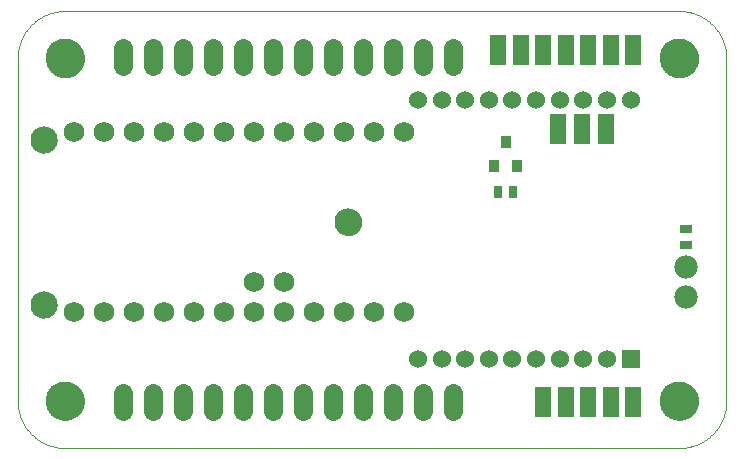
<source format=gbs>
G75*
%MOIN*%
%OFA0B0*%
%FSLAX25Y25*%
%IPPOS*%
%LPD*%
%AMOC8*
5,1,8,0,0,1.08239X$1,22.5*
%
%ADD10C,0.00000*%
%ADD11C,0.12998*%
%ADD12R,0.03156X0.03943*%
%ADD13R,0.03550X0.03943*%
%ADD14C,0.09061*%
%ADD15C,0.06896*%
%ADD16C,0.06400*%
%ADD17C,0.06000*%
%ADD18R,0.06000X0.06000*%
%ADD19C,0.07800*%
%ADD20R,0.03943X0.03156*%
%ADD21R,0.05400X0.10400*%
D10*
X0059614Y0034156D02*
X0264339Y0034156D01*
X0258040Y0049904D02*
X0258042Y0050062D01*
X0258048Y0050220D01*
X0258058Y0050378D01*
X0258072Y0050536D01*
X0258090Y0050693D01*
X0258111Y0050850D01*
X0258137Y0051006D01*
X0258167Y0051162D01*
X0258200Y0051317D01*
X0258238Y0051470D01*
X0258279Y0051623D01*
X0258324Y0051775D01*
X0258373Y0051926D01*
X0258426Y0052075D01*
X0258482Y0052223D01*
X0258542Y0052369D01*
X0258606Y0052514D01*
X0258674Y0052657D01*
X0258745Y0052799D01*
X0258819Y0052939D01*
X0258897Y0053076D01*
X0258979Y0053212D01*
X0259063Y0053346D01*
X0259152Y0053477D01*
X0259243Y0053606D01*
X0259338Y0053733D01*
X0259435Y0053858D01*
X0259536Y0053980D01*
X0259640Y0054099D01*
X0259747Y0054216D01*
X0259857Y0054330D01*
X0259970Y0054441D01*
X0260085Y0054550D01*
X0260203Y0054655D01*
X0260324Y0054757D01*
X0260447Y0054857D01*
X0260573Y0054953D01*
X0260701Y0055046D01*
X0260831Y0055136D01*
X0260964Y0055222D01*
X0261099Y0055306D01*
X0261235Y0055385D01*
X0261374Y0055462D01*
X0261515Y0055534D01*
X0261657Y0055604D01*
X0261801Y0055669D01*
X0261947Y0055731D01*
X0262094Y0055789D01*
X0262243Y0055844D01*
X0262393Y0055895D01*
X0262544Y0055942D01*
X0262696Y0055985D01*
X0262849Y0056024D01*
X0263004Y0056060D01*
X0263159Y0056091D01*
X0263315Y0056119D01*
X0263471Y0056143D01*
X0263628Y0056163D01*
X0263786Y0056179D01*
X0263943Y0056191D01*
X0264102Y0056199D01*
X0264260Y0056203D01*
X0264418Y0056203D01*
X0264576Y0056199D01*
X0264735Y0056191D01*
X0264892Y0056179D01*
X0265050Y0056163D01*
X0265207Y0056143D01*
X0265363Y0056119D01*
X0265519Y0056091D01*
X0265674Y0056060D01*
X0265829Y0056024D01*
X0265982Y0055985D01*
X0266134Y0055942D01*
X0266285Y0055895D01*
X0266435Y0055844D01*
X0266584Y0055789D01*
X0266731Y0055731D01*
X0266877Y0055669D01*
X0267021Y0055604D01*
X0267163Y0055534D01*
X0267304Y0055462D01*
X0267443Y0055385D01*
X0267579Y0055306D01*
X0267714Y0055222D01*
X0267847Y0055136D01*
X0267977Y0055046D01*
X0268105Y0054953D01*
X0268231Y0054857D01*
X0268354Y0054757D01*
X0268475Y0054655D01*
X0268593Y0054550D01*
X0268708Y0054441D01*
X0268821Y0054330D01*
X0268931Y0054216D01*
X0269038Y0054099D01*
X0269142Y0053980D01*
X0269243Y0053858D01*
X0269340Y0053733D01*
X0269435Y0053606D01*
X0269526Y0053477D01*
X0269615Y0053346D01*
X0269699Y0053212D01*
X0269781Y0053076D01*
X0269859Y0052939D01*
X0269933Y0052799D01*
X0270004Y0052657D01*
X0270072Y0052514D01*
X0270136Y0052369D01*
X0270196Y0052223D01*
X0270252Y0052075D01*
X0270305Y0051926D01*
X0270354Y0051775D01*
X0270399Y0051623D01*
X0270440Y0051470D01*
X0270478Y0051317D01*
X0270511Y0051162D01*
X0270541Y0051006D01*
X0270567Y0050850D01*
X0270588Y0050693D01*
X0270606Y0050536D01*
X0270620Y0050378D01*
X0270630Y0050220D01*
X0270636Y0050062D01*
X0270638Y0049904D01*
X0270636Y0049746D01*
X0270630Y0049588D01*
X0270620Y0049430D01*
X0270606Y0049272D01*
X0270588Y0049115D01*
X0270567Y0048958D01*
X0270541Y0048802D01*
X0270511Y0048646D01*
X0270478Y0048491D01*
X0270440Y0048338D01*
X0270399Y0048185D01*
X0270354Y0048033D01*
X0270305Y0047882D01*
X0270252Y0047733D01*
X0270196Y0047585D01*
X0270136Y0047439D01*
X0270072Y0047294D01*
X0270004Y0047151D01*
X0269933Y0047009D01*
X0269859Y0046869D01*
X0269781Y0046732D01*
X0269699Y0046596D01*
X0269615Y0046462D01*
X0269526Y0046331D01*
X0269435Y0046202D01*
X0269340Y0046075D01*
X0269243Y0045950D01*
X0269142Y0045828D01*
X0269038Y0045709D01*
X0268931Y0045592D01*
X0268821Y0045478D01*
X0268708Y0045367D01*
X0268593Y0045258D01*
X0268475Y0045153D01*
X0268354Y0045051D01*
X0268231Y0044951D01*
X0268105Y0044855D01*
X0267977Y0044762D01*
X0267847Y0044672D01*
X0267714Y0044586D01*
X0267579Y0044502D01*
X0267443Y0044423D01*
X0267304Y0044346D01*
X0267163Y0044274D01*
X0267021Y0044204D01*
X0266877Y0044139D01*
X0266731Y0044077D01*
X0266584Y0044019D01*
X0266435Y0043964D01*
X0266285Y0043913D01*
X0266134Y0043866D01*
X0265982Y0043823D01*
X0265829Y0043784D01*
X0265674Y0043748D01*
X0265519Y0043717D01*
X0265363Y0043689D01*
X0265207Y0043665D01*
X0265050Y0043645D01*
X0264892Y0043629D01*
X0264735Y0043617D01*
X0264576Y0043609D01*
X0264418Y0043605D01*
X0264260Y0043605D01*
X0264102Y0043609D01*
X0263943Y0043617D01*
X0263786Y0043629D01*
X0263628Y0043645D01*
X0263471Y0043665D01*
X0263315Y0043689D01*
X0263159Y0043717D01*
X0263004Y0043748D01*
X0262849Y0043784D01*
X0262696Y0043823D01*
X0262544Y0043866D01*
X0262393Y0043913D01*
X0262243Y0043964D01*
X0262094Y0044019D01*
X0261947Y0044077D01*
X0261801Y0044139D01*
X0261657Y0044204D01*
X0261515Y0044274D01*
X0261374Y0044346D01*
X0261235Y0044423D01*
X0261099Y0044502D01*
X0260964Y0044586D01*
X0260831Y0044672D01*
X0260701Y0044762D01*
X0260573Y0044855D01*
X0260447Y0044951D01*
X0260324Y0045051D01*
X0260203Y0045153D01*
X0260085Y0045258D01*
X0259970Y0045367D01*
X0259857Y0045478D01*
X0259747Y0045592D01*
X0259640Y0045709D01*
X0259536Y0045828D01*
X0259435Y0045950D01*
X0259338Y0046075D01*
X0259243Y0046202D01*
X0259152Y0046331D01*
X0259063Y0046462D01*
X0258979Y0046596D01*
X0258897Y0046732D01*
X0258819Y0046869D01*
X0258745Y0047009D01*
X0258674Y0047151D01*
X0258606Y0047294D01*
X0258542Y0047439D01*
X0258482Y0047585D01*
X0258426Y0047733D01*
X0258373Y0047882D01*
X0258324Y0048033D01*
X0258279Y0048185D01*
X0258238Y0048338D01*
X0258200Y0048491D01*
X0258167Y0048646D01*
X0258137Y0048802D01*
X0258111Y0048958D01*
X0258090Y0049115D01*
X0258072Y0049272D01*
X0258058Y0049430D01*
X0258048Y0049588D01*
X0258042Y0049746D01*
X0258040Y0049904D01*
X0264339Y0034156D02*
X0264720Y0034161D01*
X0265100Y0034174D01*
X0265480Y0034197D01*
X0265859Y0034230D01*
X0266237Y0034271D01*
X0266614Y0034321D01*
X0266990Y0034381D01*
X0267365Y0034449D01*
X0267737Y0034527D01*
X0268108Y0034614D01*
X0268476Y0034709D01*
X0268842Y0034814D01*
X0269205Y0034927D01*
X0269566Y0035049D01*
X0269923Y0035179D01*
X0270277Y0035319D01*
X0270628Y0035466D01*
X0270975Y0035623D01*
X0271318Y0035787D01*
X0271657Y0035960D01*
X0271992Y0036141D01*
X0272323Y0036330D01*
X0272648Y0036527D01*
X0272969Y0036731D01*
X0273285Y0036944D01*
X0273595Y0037164D01*
X0273901Y0037391D01*
X0274200Y0037626D01*
X0274494Y0037868D01*
X0274782Y0038116D01*
X0275064Y0038372D01*
X0275339Y0038635D01*
X0275608Y0038904D01*
X0275871Y0039179D01*
X0276127Y0039461D01*
X0276375Y0039749D01*
X0276617Y0040043D01*
X0276852Y0040342D01*
X0277079Y0040648D01*
X0277299Y0040958D01*
X0277512Y0041274D01*
X0277716Y0041595D01*
X0277913Y0041920D01*
X0278102Y0042251D01*
X0278283Y0042586D01*
X0278456Y0042925D01*
X0278620Y0043268D01*
X0278777Y0043615D01*
X0278924Y0043966D01*
X0279064Y0044320D01*
X0279194Y0044677D01*
X0279316Y0045038D01*
X0279429Y0045401D01*
X0279534Y0045767D01*
X0279629Y0046135D01*
X0279716Y0046506D01*
X0279794Y0046878D01*
X0279862Y0047253D01*
X0279922Y0047629D01*
X0279972Y0048006D01*
X0280013Y0048384D01*
X0280046Y0048763D01*
X0280069Y0049143D01*
X0280082Y0049523D01*
X0280087Y0049904D01*
X0280087Y0164077D01*
X0258040Y0164077D02*
X0258042Y0164235D01*
X0258048Y0164393D01*
X0258058Y0164551D01*
X0258072Y0164709D01*
X0258090Y0164866D01*
X0258111Y0165023D01*
X0258137Y0165179D01*
X0258167Y0165335D01*
X0258200Y0165490D01*
X0258238Y0165643D01*
X0258279Y0165796D01*
X0258324Y0165948D01*
X0258373Y0166099D01*
X0258426Y0166248D01*
X0258482Y0166396D01*
X0258542Y0166542D01*
X0258606Y0166687D01*
X0258674Y0166830D01*
X0258745Y0166972D01*
X0258819Y0167112D01*
X0258897Y0167249D01*
X0258979Y0167385D01*
X0259063Y0167519D01*
X0259152Y0167650D01*
X0259243Y0167779D01*
X0259338Y0167906D01*
X0259435Y0168031D01*
X0259536Y0168153D01*
X0259640Y0168272D01*
X0259747Y0168389D01*
X0259857Y0168503D01*
X0259970Y0168614D01*
X0260085Y0168723D01*
X0260203Y0168828D01*
X0260324Y0168930D01*
X0260447Y0169030D01*
X0260573Y0169126D01*
X0260701Y0169219D01*
X0260831Y0169309D01*
X0260964Y0169395D01*
X0261099Y0169479D01*
X0261235Y0169558D01*
X0261374Y0169635D01*
X0261515Y0169707D01*
X0261657Y0169777D01*
X0261801Y0169842D01*
X0261947Y0169904D01*
X0262094Y0169962D01*
X0262243Y0170017D01*
X0262393Y0170068D01*
X0262544Y0170115D01*
X0262696Y0170158D01*
X0262849Y0170197D01*
X0263004Y0170233D01*
X0263159Y0170264D01*
X0263315Y0170292D01*
X0263471Y0170316D01*
X0263628Y0170336D01*
X0263786Y0170352D01*
X0263943Y0170364D01*
X0264102Y0170372D01*
X0264260Y0170376D01*
X0264418Y0170376D01*
X0264576Y0170372D01*
X0264735Y0170364D01*
X0264892Y0170352D01*
X0265050Y0170336D01*
X0265207Y0170316D01*
X0265363Y0170292D01*
X0265519Y0170264D01*
X0265674Y0170233D01*
X0265829Y0170197D01*
X0265982Y0170158D01*
X0266134Y0170115D01*
X0266285Y0170068D01*
X0266435Y0170017D01*
X0266584Y0169962D01*
X0266731Y0169904D01*
X0266877Y0169842D01*
X0267021Y0169777D01*
X0267163Y0169707D01*
X0267304Y0169635D01*
X0267443Y0169558D01*
X0267579Y0169479D01*
X0267714Y0169395D01*
X0267847Y0169309D01*
X0267977Y0169219D01*
X0268105Y0169126D01*
X0268231Y0169030D01*
X0268354Y0168930D01*
X0268475Y0168828D01*
X0268593Y0168723D01*
X0268708Y0168614D01*
X0268821Y0168503D01*
X0268931Y0168389D01*
X0269038Y0168272D01*
X0269142Y0168153D01*
X0269243Y0168031D01*
X0269340Y0167906D01*
X0269435Y0167779D01*
X0269526Y0167650D01*
X0269615Y0167519D01*
X0269699Y0167385D01*
X0269781Y0167249D01*
X0269859Y0167112D01*
X0269933Y0166972D01*
X0270004Y0166830D01*
X0270072Y0166687D01*
X0270136Y0166542D01*
X0270196Y0166396D01*
X0270252Y0166248D01*
X0270305Y0166099D01*
X0270354Y0165948D01*
X0270399Y0165796D01*
X0270440Y0165643D01*
X0270478Y0165490D01*
X0270511Y0165335D01*
X0270541Y0165179D01*
X0270567Y0165023D01*
X0270588Y0164866D01*
X0270606Y0164709D01*
X0270620Y0164551D01*
X0270630Y0164393D01*
X0270636Y0164235D01*
X0270638Y0164077D01*
X0270636Y0163919D01*
X0270630Y0163761D01*
X0270620Y0163603D01*
X0270606Y0163445D01*
X0270588Y0163288D01*
X0270567Y0163131D01*
X0270541Y0162975D01*
X0270511Y0162819D01*
X0270478Y0162664D01*
X0270440Y0162511D01*
X0270399Y0162358D01*
X0270354Y0162206D01*
X0270305Y0162055D01*
X0270252Y0161906D01*
X0270196Y0161758D01*
X0270136Y0161612D01*
X0270072Y0161467D01*
X0270004Y0161324D01*
X0269933Y0161182D01*
X0269859Y0161042D01*
X0269781Y0160905D01*
X0269699Y0160769D01*
X0269615Y0160635D01*
X0269526Y0160504D01*
X0269435Y0160375D01*
X0269340Y0160248D01*
X0269243Y0160123D01*
X0269142Y0160001D01*
X0269038Y0159882D01*
X0268931Y0159765D01*
X0268821Y0159651D01*
X0268708Y0159540D01*
X0268593Y0159431D01*
X0268475Y0159326D01*
X0268354Y0159224D01*
X0268231Y0159124D01*
X0268105Y0159028D01*
X0267977Y0158935D01*
X0267847Y0158845D01*
X0267714Y0158759D01*
X0267579Y0158675D01*
X0267443Y0158596D01*
X0267304Y0158519D01*
X0267163Y0158447D01*
X0267021Y0158377D01*
X0266877Y0158312D01*
X0266731Y0158250D01*
X0266584Y0158192D01*
X0266435Y0158137D01*
X0266285Y0158086D01*
X0266134Y0158039D01*
X0265982Y0157996D01*
X0265829Y0157957D01*
X0265674Y0157921D01*
X0265519Y0157890D01*
X0265363Y0157862D01*
X0265207Y0157838D01*
X0265050Y0157818D01*
X0264892Y0157802D01*
X0264735Y0157790D01*
X0264576Y0157782D01*
X0264418Y0157778D01*
X0264260Y0157778D01*
X0264102Y0157782D01*
X0263943Y0157790D01*
X0263786Y0157802D01*
X0263628Y0157818D01*
X0263471Y0157838D01*
X0263315Y0157862D01*
X0263159Y0157890D01*
X0263004Y0157921D01*
X0262849Y0157957D01*
X0262696Y0157996D01*
X0262544Y0158039D01*
X0262393Y0158086D01*
X0262243Y0158137D01*
X0262094Y0158192D01*
X0261947Y0158250D01*
X0261801Y0158312D01*
X0261657Y0158377D01*
X0261515Y0158447D01*
X0261374Y0158519D01*
X0261235Y0158596D01*
X0261099Y0158675D01*
X0260964Y0158759D01*
X0260831Y0158845D01*
X0260701Y0158935D01*
X0260573Y0159028D01*
X0260447Y0159124D01*
X0260324Y0159224D01*
X0260203Y0159326D01*
X0260085Y0159431D01*
X0259970Y0159540D01*
X0259857Y0159651D01*
X0259747Y0159765D01*
X0259640Y0159882D01*
X0259536Y0160001D01*
X0259435Y0160123D01*
X0259338Y0160248D01*
X0259243Y0160375D01*
X0259152Y0160504D01*
X0259063Y0160635D01*
X0258979Y0160769D01*
X0258897Y0160905D01*
X0258819Y0161042D01*
X0258745Y0161182D01*
X0258674Y0161324D01*
X0258606Y0161467D01*
X0258542Y0161612D01*
X0258482Y0161758D01*
X0258426Y0161906D01*
X0258373Y0162055D01*
X0258324Y0162206D01*
X0258279Y0162358D01*
X0258238Y0162511D01*
X0258200Y0162664D01*
X0258167Y0162819D01*
X0258137Y0162975D01*
X0258111Y0163131D01*
X0258090Y0163288D01*
X0258072Y0163445D01*
X0258058Y0163603D01*
X0258048Y0163761D01*
X0258042Y0163919D01*
X0258040Y0164077D01*
X0264339Y0179825D02*
X0264720Y0179820D01*
X0265100Y0179807D01*
X0265480Y0179784D01*
X0265859Y0179751D01*
X0266237Y0179710D01*
X0266614Y0179660D01*
X0266990Y0179600D01*
X0267365Y0179532D01*
X0267737Y0179454D01*
X0268108Y0179367D01*
X0268476Y0179272D01*
X0268842Y0179167D01*
X0269205Y0179054D01*
X0269566Y0178932D01*
X0269923Y0178802D01*
X0270277Y0178662D01*
X0270628Y0178515D01*
X0270975Y0178358D01*
X0271318Y0178194D01*
X0271657Y0178021D01*
X0271992Y0177840D01*
X0272323Y0177651D01*
X0272648Y0177454D01*
X0272969Y0177250D01*
X0273285Y0177037D01*
X0273595Y0176817D01*
X0273901Y0176590D01*
X0274200Y0176355D01*
X0274494Y0176113D01*
X0274782Y0175865D01*
X0275064Y0175609D01*
X0275339Y0175346D01*
X0275608Y0175077D01*
X0275871Y0174802D01*
X0276127Y0174520D01*
X0276375Y0174232D01*
X0276617Y0173938D01*
X0276852Y0173639D01*
X0277079Y0173333D01*
X0277299Y0173023D01*
X0277512Y0172707D01*
X0277716Y0172386D01*
X0277913Y0172061D01*
X0278102Y0171730D01*
X0278283Y0171395D01*
X0278456Y0171056D01*
X0278620Y0170713D01*
X0278777Y0170366D01*
X0278924Y0170015D01*
X0279064Y0169661D01*
X0279194Y0169304D01*
X0279316Y0168943D01*
X0279429Y0168580D01*
X0279534Y0168214D01*
X0279629Y0167846D01*
X0279716Y0167475D01*
X0279794Y0167103D01*
X0279862Y0166728D01*
X0279922Y0166352D01*
X0279972Y0165975D01*
X0280013Y0165597D01*
X0280046Y0165218D01*
X0280069Y0164838D01*
X0280082Y0164458D01*
X0280087Y0164077D01*
X0280082Y0164458D01*
X0280069Y0164838D01*
X0280046Y0165218D01*
X0280013Y0165597D01*
X0279972Y0165975D01*
X0279922Y0166352D01*
X0279862Y0166728D01*
X0279794Y0167103D01*
X0279716Y0167475D01*
X0279629Y0167846D01*
X0279534Y0168214D01*
X0279429Y0168580D01*
X0279316Y0168943D01*
X0279194Y0169304D01*
X0279064Y0169661D01*
X0278924Y0170015D01*
X0278777Y0170366D01*
X0278620Y0170713D01*
X0278456Y0171056D01*
X0278283Y0171395D01*
X0278102Y0171730D01*
X0277913Y0172061D01*
X0277716Y0172386D01*
X0277512Y0172707D01*
X0277299Y0173023D01*
X0277079Y0173333D01*
X0276852Y0173639D01*
X0276617Y0173938D01*
X0276375Y0174232D01*
X0276127Y0174520D01*
X0275871Y0174802D01*
X0275608Y0175077D01*
X0275339Y0175346D01*
X0275064Y0175609D01*
X0274782Y0175865D01*
X0274494Y0176113D01*
X0274200Y0176355D01*
X0273901Y0176590D01*
X0273595Y0176817D01*
X0273285Y0177037D01*
X0272969Y0177250D01*
X0272648Y0177454D01*
X0272323Y0177651D01*
X0271992Y0177840D01*
X0271657Y0178021D01*
X0271318Y0178194D01*
X0270975Y0178358D01*
X0270628Y0178515D01*
X0270277Y0178662D01*
X0269923Y0178802D01*
X0269566Y0178932D01*
X0269205Y0179054D01*
X0268842Y0179167D01*
X0268476Y0179272D01*
X0268108Y0179367D01*
X0267737Y0179454D01*
X0267365Y0179532D01*
X0266990Y0179600D01*
X0266614Y0179660D01*
X0266237Y0179710D01*
X0265859Y0179751D01*
X0265480Y0179784D01*
X0265100Y0179807D01*
X0264720Y0179820D01*
X0264339Y0179825D01*
X0059614Y0179825D01*
X0053315Y0164077D02*
X0053317Y0164235D01*
X0053323Y0164393D01*
X0053333Y0164551D01*
X0053347Y0164709D01*
X0053365Y0164866D01*
X0053386Y0165023D01*
X0053412Y0165179D01*
X0053442Y0165335D01*
X0053475Y0165490D01*
X0053513Y0165643D01*
X0053554Y0165796D01*
X0053599Y0165948D01*
X0053648Y0166099D01*
X0053701Y0166248D01*
X0053757Y0166396D01*
X0053817Y0166542D01*
X0053881Y0166687D01*
X0053949Y0166830D01*
X0054020Y0166972D01*
X0054094Y0167112D01*
X0054172Y0167249D01*
X0054254Y0167385D01*
X0054338Y0167519D01*
X0054427Y0167650D01*
X0054518Y0167779D01*
X0054613Y0167906D01*
X0054710Y0168031D01*
X0054811Y0168153D01*
X0054915Y0168272D01*
X0055022Y0168389D01*
X0055132Y0168503D01*
X0055245Y0168614D01*
X0055360Y0168723D01*
X0055478Y0168828D01*
X0055599Y0168930D01*
X0055722Y0169030D01*
X0055848Y0169126D01*
X0055976Y0169219D01*
X0056106Y0169309D01*
X0056239Y0169395D01*
X0056374Y0169479D01*
X0056510Y0169558D01*
X0056649Y0169635D01*
X0056790Y0169707D01*
X0056932Y0169777D01*
X0057076Y0169842D01*
X0057222Y0169904D01*
X0057369Y0169962D01*
X0057518Y0170017D01*
X0057668Y0170068D01*
X0057819Y0170115D01*
X0057971Y0170158D01*
X0058124Y0170197D01*
X0058279Y0170233D01*
X0058434Y0170264D01*
X0058590Y0170292D01*
X0058746Y0170316D01*
X0058903Y0170336D01*
X0059061Y0170352D01*
X0059218Y0170364D01*
X0059377Y0170372D01*
X0059535Y0170376D01*
X0059693Y0170376D01*
X0059851Y0170372D01*
X0060010Y0170364D01*
X0060167Y0170352D01*
X0060325Y0170336D01*
X0060482Y0170316D01*
X0060638Y0170292D01*
X0060794Y0170264D01*
X0060949Y0170233D01*
X0061104Y0170197D01*
X0061257Y0170158D01*
X0061409Y0170115D01*
X0061560Y0170068D01*
X0061710Y0170017D01*
X0061859Y0169962D01*
X0062006Y0169904D01*
X0062152Y0169842D01*
X0062296Y0169777D01*
X0062438Y0169707D01*
X0062579Y0169635D01*
X0062718Y0169558D01*
X0062854Y0169479D01*
X0062989Y0169395D01*
X0063122Y0169309D01*
X0063252Y0169219D01*
X0063380Y0169126D01*
X0063506Y0169030D01*
X0063629Y0168930D01*
X0063750Y0168828D01*
X0063868Y0168723D01*
X0063983Y0168614D01*
X0064096Y0168503D01*
X0064206Y0168389D01*
X0064313Y0168272D01*
X0064417Y0168153D01*
X0064518Y0168031D01*
X0064615Y0167906D01*
X0064710Y0167779D01*
X0064801Y0167650D01*
X0064890Y0167519D01*
X0064974Y0167385D01*
X0065056Y0167249D01*
X0065134Y0167112D01*
X0065208Y0166972D01*
X0065279Y0166830D01*
X0065347Y0166687D01*
X0065411Y0166542D01*
X0065471Y0166396D01*
X0065527Y0166248D01*
X0065580Y0166099D01*
X0065629Y0165948D01*
X0065674Y0165796D01*
X0065715Y0165643D01*
X0065753Y0165490D01*
X0065786Y0165335D01*
X0065816Y0165179D01*
X0065842Y0165023D01*
X0065863Y0164866D01*
X0065881Y0164709D01*
X0065895Y0164551D01*
X0065905Y0164393D01*
X0065911Y0164235D01*
X0065913Y0164077D01*
X0065911Y0163919D01*
X0065905Y0163761D01*
X0065895Y0163603D01*
X0065881Y0163445D01*
X0065863Y0163288D01*
X0065842Y0163131D01*
X0065816Y0162975D01*
X0065786Y0162819D01*
X0065753Y0162664D01*
X0065715Y0162511D01*
X0065674Y0162358D01*
X0065629Y0162206D01*
X0065580Y0162055D01*
X0065527Y0161906D01*
X0065471Y0161758D01*
X0065411Y0161612D01*
X0065347Y0161467D01*
X0065279Y0161324D01*
X0065208Y0161182D01*
X0065134Y0161042D01*
X0065056Y0160905D01*
X0064974Y0160769D01*
X0064890Y0160635D01*
X0064801Y0160504D01*
X0064710Y0160375D01*
X0064615Y0160248D01*
X0064518Y0160123D01*
X0064417Y0160001D01*
X0064313Y0159882D01*
X0064206Y0159765D01*
X0064096Y0159651D01*
X0063983Y0159540D01*
X0063868Y0159431D01*
X0063750Y0159326D01*
X0063629Y0159224D01*
X0063506Y0159124D01*
X0063380Y0159028D01*
X0063252Y0158935D01*
X0063122Y0158845D01*
X0062989Y0158759D01*
X0062854Y0158675D01*
X0062718Y0158596D01*
X0062579Y0158519D01*
X0062438Y0158447D01*
X0062296Y0158377D01*
X0062152Y0158312D01*
X0062006Y0158250D01*
X0061859Y0158192D01*
X0061710Y0158137D01*
X0061560Y0158086D01*
X0061409Y0158039D01*
X0061257Y0157996D01*
X0061104Y0157957D01*
X0060949Y0157921D01*
X0060794Y0157890D01*
X0060638Y0157862D01*
X0060482Y0157838D01*
X0060325Y0157818D01*
X0060167Y0157802D01*
X0060010Y0157790D01*
X0059851Y0157782D01*
X0059693Y0157778D01*
X0059535Y0157778D01*
X0059377Y0157782D01*
X0059218Y0157790D01*
X0059061Y0157802D01*
X0058903Y0157818D01*
X0058746Y0157838D01*
X0058590Y0157862D01*
X0058434Y0157890D01*
X0058279Y0157921D01*
X0058124Y0157957D01*
X0057971Y0157996D01*
X0057819Y0158039D01*
X0057668Y0158086D01*
X0057518Y0158137D01*
X0057369Y0158192D01*
X0057222Y0158250D01*
X0057076Y0158312D01*
X0056932Y0158377D01*
X0056790Y0158447D01*
X0056649Y0158519D01*
X0056510Y0158596D01*
X0056374Y0158675D01*
X0056239Y0158759D01*
X0056106Y0158845D01*
X0055976Y0158935D01*
X0055848Y0159028D01*
X0055722Y0159124D01*
X0055599Y0159224D01*
X0055478Y0159326D01*
X0055360Y0159431D01*
X0055245Y0159540D01*
X0055132Y0159651D01*
X0055022Y0159765D01*
X0054915Y0159882D01*
X0054811Y0160001D01*
X0054710Y0160123D01*
X0054613Y0160248D01*
X0054518Y0160375D01*
X0054427Y0160504D01*
X0054338Y0160635D01*
X0054254Y0160769D01*
X0054172Y0160905D01*
X0054094Y0161042D01*
X0054020Y0161182D01*
X0053949Y0161324D01*
X0053881Y0161467D01*
X0053817Y0161612D01*
X0053757Y0161758D01*
X0053701Y0161906D01*
X0053648Y0162055D01*
X0053599Y0162206D01*
X0053554Y0162358D01*
X0053513Y0162511D01*
X0053475Y0162664D01*
X0053442Y0162819D01*
X0053412Y0162975D01*
X0053386Y0163131D01*
X0053365Y0163288D01*
X0053347Y0163445D01*
X0053333Y0163603D01*
X0053323Y0163761D01*
X0053317Y0163919D01*
X0053315Y0164077D01*
X0043866Y0164077D02*
X0043871Y0164458D01*
X0043884Y0164838D01*
X0043907Y0165218D01*
X0043940Y0165597D01*
X0043981Y0165975D01*
X0044031Y0166352D01*
X0044091Y0166728D01*
X0044159Y0167103D01*
X0044237Y0167475D01*
X0044324Y0167846D01*
X0044419Y0168214D01*
X0044524Y0168580D01*
X0044637Y0168943D01*
X0044759Y0169304D01*
X0044889Y0169661D01*
X0045029Y0170015D01*
X0045176Y0170366D01*
X0045333Y0170713D01*
X0045497Y0171056D01*
X0045670Y0171395D01*
X0045851Y0171730D01*
X0046040Y0172061D01*
X0046237Y0172386D01*
X0046441Y0172707D01*
X0046654Y0173023D01*
X0046874Y0173333D01*
X0047101Y0173639D01*
X0047336Y0173938D01*
X0047578Y0174232D01*
X0047826Y0174520D01*
X0048082Y0174802D01*
X0048345Y0175077D01*
X0048614Y0175346D01*
X0048889Y0175609D01*
X0049171Y0175865D01*
X0049459Y0176113D01*
X0049753Y0176355D01*
X0050052Y0176590D01*
X0050358Y0176817D01*
X0050668Y0177037D01*
X0050984Y0177250D01*
X0051305Y0177454D01*
X0051630Y0177651D01*
X0051961Y0177840D01*
X0052296Y0178021D01*
X0052635Y0178194D01*
X0052978Y0178358D01*
X0053325Y0178515D01*
X0053676Y0178662D01*
X0054030Y0178802D01*
X0054387Y0178932D01*
X0054748Y0179054D01*
X0055111Y0179167D01*
X0055477Y0179272D01*
X0055845Y0179367D01*
X0056216Y0179454D01*
X0056588Y0179532D01*
X0056963Y0179600D01*
X0057339Y0179660D01*
X0057716Y0179710D01*
X0058094Y0179751D01*
X0058473Y0179784D01*
X0058853Y0179807D01*
X0059233Y0179820D01*
X0059614Y0179825D01*
X0059233Y0179820D01*
X0058853Y0179807D01*
X0058473Y0179784D01*
X0058094Y0179751D01*
X0057716Y0179710D01*
X0057339Y0179660D01*
X0056963Y0179600D01*
X0056588Y0179532D01*
X0056216Y0179454D01*
X0055845Y0179367D01*
X0055477Y0179272D01*
X0055111Y0179167D01*
X0054748Y0179054D01*
X0054387Y0178932D01*
X0054030Y0178802D01*
X0053676Y0178662D01*
X0053325Y0178515D01*
X0052978Y0178358D01*
X0052635Y0178194D01*
X0052296Y0178021D01*
X0051961Y0177840D01*
X0051630Y0177651D01*
X0051305Y0177454D01*
X0050984Y0177250D01*
X0050668Y0177037D01*
X0050358Y0176817D01*
X0050052Y0176590D01*
X0049753Y0176355D01*
X0049459Y0176113D01*
X0049171Y0175865D01*
X0048889Y0175609D01*
X0048614Y0175346D01*
X0048345Y0175077D01*
X0048082Y0174802D01*
X0047826Y0174520D01*
X0047578Y0174232D01*
X0047336Y0173938D01*
X0047101Y0173639D01*
X0046874Y0173333D01*
X0046654Y0173023D01*
X0046441Y0172707D01*
X0046237Y0172386D01*
X0046040Y0172061D01*
X0045851Y0171730D01*
X0045670Y0171395D01*
X0045497Y0171056D01*
X0045333Y0170713D01*
X0045176Y0170366D01*
X0045029Y0170015D01*
X0044889Y0169661D01*
X0044759Y0169304D01*
X0044637Y0168943D01*
X0044524Y0168580D01*
X0044419Y0168214D01*
X0044324Y0167846D01*
X0044237Y0167475D01*
X0044159Y0167103D01*
X0044091Y0166728D01*
X0044031Y0166352D01*
X0043981Y0165975D01*
X0043940Y0165597D01*
X0043907Y0165218D01*
X0043884Y0164838D01*
X0043871Y0164458D01*
X0043866Y0164077D01*
X0043866Y0049904D01*
X0053315Y0049904D02*
X0053317Y0050062D01*
X0053323Y0050220D01*
X0053333Y0050378D01*
X0053347Y0050536D01*
X0053365Y0050693D01*
X0053386Y0050850D01*
X0053412Y0051006D01*
X0053442Y0051162D01*
X0053475Y0051317D01*
X0053513Y0051470D01*
X0053554Y0051623D01*
X0053599Y0051775D01*
X0053648Y0051926D01*
X0053701Y0052075D01*
X0053757Y0052223D01*
X0053817Y0052369D01*
X0053881Y0052514D01*
X0053949Y0052657D01*
X0054020Y0052799D01*
X0054094Y0052939D01*
X0054172Y0053076D01*
X0054254Y0053212D01*
X0054338Y0053346D01*
X0054427Y0053477D01*
X0054518Y0053606D01*
X0054613Y0053733D01*
X0054710Y0053858D01*
X0054811Y0053980D01*
X0054915Y0054099D01*
X0055022Y0054216D01*
X0055132Y0054330D01*
X0055245Y0054441D01*
X0055360Y0054550D01*
X0055478Y0054655D01*
X0055599Y0054757D01*
X0055722Y0054857D01*
X0055848Y0054953D01*
X0055976Y0055046D01*
X0056106Y0055136D01*
X0056239Y0055222D01*
X0056374Y0055306D01*
X0056510Y0055385D01*
X0056649Y0055462D01*
X0056790Y0055534D01*
X0056932Y0055604D01*
X0057076Y0055669D01*
X0057222Y0055731D01*
X0057369Y0055789D01*
X0057518Y0055844D01*
X0057668Y0055895D01*
X0057819Y0055942D01*
X0057971Y0055985D01*
X0058124Y0056024D01*
X0058279Y0056060D01*
X0058434Y0056091D01*
X0058590Y0056119D01*
X0058746Y0056143D01*
X0058903Y0056163D01*
X0059061Y0056179D01*
X0059218Y0056191D01*
X0059377Y0056199D01*
X0059535Y0056203D01*
X0059693Y0056203D01*
X0059851Y0056199D01*
X0060010Y0056191D01*
X0060167Y0056179D01*
X0060325Y0056163D01*
X0060482Y0056143D01*
X0060638Y0056119D01*
X0060794Y0056091D01*
X0060949Y0056060D01*
X0061104Y0056024D01*
X0061257Y0055985D01*
X0061409Y0055942D01*
X0061560Y0055895D01*
X0061710Y0055844D01*
X0061859Y0055789D01*
X0062006Y0055731D01*
X0062152Y0055669D01*
X0062296Y0055604D01*
X0062438Y0055534D01*
X0062579Y0055462D01*
X0062718Y0055385D01*
X0062854Y0055306D01*
X0062989Y0055222D01*
X0063122Y0055136D01*
X0063252Y0055046D01*
X0063380Y0054953D01*
X0063506Y0054857D01*
X0063629Y0054757D01*
X0063750Y0054655D01*
X0063868Y0054550D01*
X0063983Y0054441D01*
X0064096Y0054330D01*
X0064206Y0054216D01*
X0064313Y0054099D01*
X0064417Y0053980D01*
X0064518Y0053858D01*
X0064615Y0053733D01*
X0064710Y0053606D01*
X0064801Y0053477D01*
X0064890Y0053346D01*
X0064974Y0053212D01*
X0065056Y0053076D01*
X0065134Y0052939D01*
X0065208Y0052799D01*
X0065279Y0052657D01*
X0065347Y0052514D01*
X0065411Y0052369D01*
X0065471Y0052223D01*
X0065527Y0052075D01*
X0065580Y0051926D01*
X0065629Y0051775D01*
X0065674Y0051623D01*
X0065715Y0051470D01*
X0065753Y0051317D01*
X0065786Y0051162D01*
X0065816Y0051006D01*
X0065842Y0050850D01*
X0065863Y0050693D01*
X0065881Y0050536D01*
X0065895Y0050378D01*
X0065905Y0050220D01*
X0065911Y0050062D01*
X0065913Y0049904D01*
X0065911Y0049746D01*
X0065905Y0049588D01*
X0065895Y0049430D01*
X0065881Y0049272D01*
X0065863Y0049115D01*
X0065842Y0048958D01*
X0065816Y0048802D01*
X0065786Y0048646D01*
X0065753Y0048491D01*
X0065715Y0048338D01*
X0065674Y0048185D01*
X0065629Y0048033D01*
X0065580Y0047882D01*
X0065527Y0047733D01*
X0065471Y0047585D01*
X0065411Y0047439D01*
X0065347Y0047294D01*
X0065279Y0047151D01*
X0065208Y0047009D01*
X0065134Y0046869D01*
X0065056Y0046732D01*
X0064974Y0046596D01*
X0064890Y0046462D01*
X0064801Y0046331D01*
X0064710Y0046202D01*
X0064615Y0046075D01*
X0064518Y0045950D01*
X0064417Y0045828D01*
X0064313Y0045709D01*
X0064206Y0045592D01*
X0064096Y0045478D01*
X0063983Y0045367D01*
X0063868Y0045258D01*
X0063750Y0045153D01*
X0063629Y0045051D01*
X0063506Y0044951D01*
X0063380Y0044855D01*
X0063252Y0044762D01*
X0063122Y0044672D01*
X0062989Y0044586D01*
X0062854Y0044502D01*
X0062718Y0044423D01*
X0062579Y0044346D01*
X0062438Y0044274D01*
X0062296Y0044204D01*
X0062152Y0044139D01*
X0062006Y0044077D01*
X0061859Y0044019D01*
X0061710Y0043964D01*
X0061560Y0043913D01*
X0061409Y0043866D01*
X0061257Y0043823D01*
X0061104Y0043784D01*
X0060949Y0043748D01*
X0060794Y0043717D01*
X0060638Y0043689D01*
X0060482Y0043665D01*
X0060325Y0043645D01*
X0060167Y0043629D01*
X0060010Y0043617D01*
X0059851Y0043609D01*
X0059693Y0043605D01*
X0059535Y0043605D01*
X0059377Y0043609D01*
X0059218Y0043617D01*
X0059061Y0043629D01*
X0058903Y0043645D01*
X0058746Y0043665D01*
X0058590Y0043689D01*
X0058434Y0043717D01*
X0058279Y0043748D01*
X0058124Y0043784D01*
X0057971Y0043823D01*
X0057819Y0043866D01*
X0057668Y0043913D01*
X0057518Y0043964D01*
X0057369Y0044019D01*
X0057222Y0044077D01*
X0057076Y0044139D01*
X0056932Y0044204D01*
X0056790Y0044274D01*
X0056649Y0044346D01*
X0056510Y0044423D01*
X0056374Y0044502D01*
X0056239Y0044586D01*
X0056106Y0044672D01*
X0055976Y0044762D01*
X0055848Y0044855D01*
X0055722Y0044951D01*
X0055599Y0045051D01*
X0055478Y0045153D01*
X0055360Y0045258D01*
X0055245Y0045367D01*
X0055132Y0045478D01*
X0055022Y0045592D01*
X0054915Y0045709D01*
X0054811Y0045828D01*
X0054710Y0045950D01*
X0054613Y0046075D01*
X0054518Y0046202D01*
X0054427Y0046331D01*
X0054338Y0046462D01*
X0054254Y0046596D01*
X0054172Y0046732D01*
X0054094Y0046869D01*
X0054020Y0047009D01*
X0053949Y0047151D01*
X0053881Y0047294D01*
X0053817Y0047439D01*
X0053757Y0047585D01*
X0053701Y0047733D01*
X0053648Y0047882D01*
X0053599Y0048033D01*
X0053554Y0048185D01*
X0053513Y0048338D01*
X0053475Y0048491D01*
X0053442Y0048646D01*
X0053412Y0048802D01*
X0053386Y0048958D01*
X0053365Y0049115D01*
X0053347Y0049272D01*
X0053333Y0049430D01*
X0053323Y0049588D01*
X0053317Y0049746D01*
X0053315Y0049904D01*
X0043866Y0049904D02*
X0043871Y0049523D01*
X0043884Y0049143D01*
X0043907Y0048763D01*
X0043940Y0048384D01*
X0043981Y0048006D01*
X0044031Y0047629D01*
X0044091Y0047253D01*
X0044159Y0046878D01*
X0044237Y0046506D01*
X0044324Y0046135D01*
X0044419Y0045767D01*
X0044524Y0045401D01*
X0044637Y0045038D01*
X0044759Y0044677D01*
X0044889Y0044320D01*
X0045029Y0043966D01*
X0045176Y0043615D01*
X0045333Y0043268D01*
X0045497Y0042925D01*
X0045670Y0042586D01*
X0045851Y0042251D01*
X0046040Y0041920D01*
X0046237Y0041595D01*
X0046441Y0041274D01*
X0046654Y0040958D01*
X0046874Y0040648D01*
X0047101Y0040342D01*
X0047336Y0040043D01*
X0047578Y0039749D01*
X0047826Y0039461D01*
X0048082Y0039179D01*
X0048345Y0038904D01*
X0048614Y0038635D01*
X0048889Y0038372D01*
X0049171Y0038116D01*
X0049459Y0037868D01*
X0049753Y0037626D01*
X0050052Y0037391D01*
X0050358Y0037164D01*
X0050668Y0036944D01*
X0050984Y0036731D01*
X0051305Y0036527D01*
X0051630Y0036330D01*
X0051961Y0036141D01*
X0052296Y0035960D01*
X0052635Y0035787D01*
X0052978Y0035623D01*
X0053325Y0035466D01*
X0053676Y0035319D01*
X0054030Y0035179D01*
X0054387Y0035049D01*
X0054748Y0034927D01*
X0055111Y0034814D01*
X0055477Y0034709D01*
X0055845Y0034614D01*
X0056216Y0034527D01*
X0056588Y0034449D01*
X0056963Y0034381D01*
X0057339Y0034321D01*
X0057716Y0034271D01*
X0058094Y0034230D01*
X0058473Y0034197D01*
X0058853Y0034174D01*
X0059233Y0034161D01*
X0059614Y0034156D01*
X0059233Y0034161D01*
X0058853Y0034174D01*
X0058473Y0034197D01*
X0058094Y0034230D01*
X0057716Y0034271D01*
X0057339Y0034321D01*
X0056963Y0034381D01*
X0056588Y0034449D01*
X0056216Y0034527D01*
X0055845Y0034614D01*
X0055477Y0034709D01*
X0055111Y0034814D01*
X0054748Y0034927D01*
X0054387Y0035049D01*
X0054030Y0035179D01*
X0053676Y0035319D01*
X0053325Y0035466D01*
X0052978Y0035623D01*
X0052635Y0035787D01*
X0052296Y0035960D01*
X0051961Y0036141D01*
X0051630Y0036330D01*
X0051305Y0036527D01*
X0050984Y0036731D01*
X0050668Y0036944D01*
X0050358Y0037164D01*
X0050052Y0037391D01*
X0049753Y0037626D01*
X0049459Y0037868D01*
X0049171Y0038116D01*
X0048889Y0038372D01*
X0048614Y0038635D01*
X0048345Y0038904D01*
X0048082Y0039179D01*
X0047826Y0039461D01*
X0047578Y0039749D01*
X0047336Y0040043D01*
X0047101Y0040342D01*
X0046874Y0040648D01*
X0046654Y0040958D01*
X0046441Y0041274D01*
X0046237Y0041595D01*
X0046040Y0041920D01*
X0045851Y0042251D01*
X0045670Y0042586D01*
X0045497Y0042925D01*
X0045333Y0043268D01*
X0045176Y0043615D01*
X0045029Y0043966D01*
X0044889Y0044320D01*
X0044759Y0044677D01*
X0044637Y0045038D01*
X0044524Y0045401D01*
X0044419Y0045767D01*
X0044324Y0046135D01*
X0044237Y0046506D01*
X0044159Y0046878D01*
X0044091Y0047253D01*
X0044031Y0047629D01*
X0043981Y0048006D01*
X0043940Y0048384D01*
X0043907Y0048763D01*
X0043884Y0049143D01*
X0043871Y0049523D01*
X0043866Y0049904D01*
X0048145Y0081991D02*
X0048147Y0082122D01*
X0048153Y0082254D01*
X0048163Y0082385D01*
X0048177Y0082516D01*
X0048195Y0082646D01*
X0048217Y0082775D01*
X0048242Y0082904D01*
X0048272Y0083032D01*
X0048306Y0083159D01*
X0048343Y0083286D01*
X0048384Y0083410D01*
X0048429Y0083534D01*
X0048478Y0083656D01*
X0048530Y0083777D01*
X0048586Y0083895D01*
X0048646Y0084013D01*
X0048709Y0084128D01*
X0048776Y0084241D01*
X0048846Y0084353D01*
X0048919Y0084462D01*
X0048995Y0084568D01*
X0049075Y0084673D01*
X0049158Y0084775D01*
X0049244Y0084874D01*
X0049333Y0084971D01*
X0049425Y0085065D01*
X0049520Y0085156D01*
X0049617Y0085245D01*
X0049717Y0085330D01*
X0049820Y0085412D01*
X0049925Y0085491D01*
X0050032Y0085567D01*
X0050142Y0085639D01*
X0050254Y0085708D01*
X0050368Y0085774D01*
X0050483Y0085836D01*
X0050601Y0085895D01*
X0050720Y0085950D01*
X0050841Y0086002D01*
X0050964Y0086049D01*
X0051088Y0086093D01*
X0051213Y0086134D01*
X0051339Y0086170D01*
X0051467Y0086203D01*
X0051595Y0086231D01*
X0051724Y0086256D01*
X0051854Y0086277D01*
X0051984Y0086294D01*
X0052115Y0086307D01*
X0052246Y0086316D01*
X0052377Y0086321D01*
X0052509Y0086322D01*
X0052640Y0086319D01*
X0052772Y0086312D01*
X0052903Y0086301D01*
X0053033Y0086286D01*
X0053163Y0086267D01*
X0053293Y0086244D01*
X0053421Y0086218D01*
X0053549Y0086187D01*
X0053676Y0086152D01*
X0053802Y0086114D01*
X0053926Y0086072D01*
X0054050Y0086026D01*
X0054171Y0085976D01*
X0054291Y0085923D01*
X0054410Y0085866D01*
X0054527Y0085806D01*
X0054641Y0085742D01*
X0054754Y0085674D01*
X0054865Y0085603D01*
X0054974Y0085529D01*
X0055080Y0085452D01*
X0055184Y0085371D01*
X0055285Y0085288D01*
X0055384Y0085201D01*
X0055480Y0085111D01*
X0055573Y0085018D01*
X0055664Y0084923D01*
X0055751Y0084825D01*
X0055836Y0084724D01*
X0055917Y0084621D01*
X0055995Y0084515D01*
X0056070Y0084407D01*
X0056142Y0084297D01*
X0056210Y0084185D01*
X0056275Y0084071D01*
X0056336Y0083954D01*
X0056394Y0083836D01*
X0056448Y0083716D01*
X0056499Y0083595D01*
X0056546Y0083472D01*
X0056589Y0083348D01*
X0056628Y0083223D01*
X0056664Y0083096D01*
X0056695Y0082968D01*
X0056723Y0082840D01*
X0056747Y0082711D01*
X0056767Y0082581D01*
X0056783Y0082450D01*
X0056795Y0082319D01*
X0056803Y0082188D01*
X0056807Y0082057D01*
X0056807Y0081925D01*
X0056803Y0081794D01*
X0056795Y0081663D01*
X0056783Y0081532D01*
X0056767Y0081401D01*
X0056747Y0081271D01*
X0056723Y0081142D01*
X0056695Y0081014D01*
X0056664Y0080886D01*
X0056628Y0080759D01*
X0056589Y0080634D01*
X0056546Y0080510D01*
X0056499Y0080387D01*
X0056448Y0080266D01*
X0056394Y0080146D01*
X0056336Y0080028D01*
X0056275Y0079911D01*
X0056210Y0079797D01*
X0056142Y0079685D01*
X0056070Y0079575D01*
X0055995Y0079467D01*
X0055917Y0079361D01*
X0055836Y0079258D01*
X0055751Y0079157D01*
X0055664Y0079059D01*
X0055573Y0078964D01*
X0055480Y0078871D01*
X0055384Y0078781D01*
X0055285Y0078694D01*
X0055184Y0078611D01*
X0055080Y0078530D01*
X0054974Y0078453D01*
X0054865Y0078379D01*
X0054754Y0078308D01*
X0054642Y0078240D01*
X0054527Y0078176D01*
X0054410Y0078116D01*
X0054291Y0078059D01*
X0054171Y0078006D01*
X0054050Y0077956D01*
X0053926Y0077910D01*
X0053802Y0077868D01*
X0053676Y0077830D01*
X0053549Y0077795D01*
X0053421Y0077764D01*
X0053293Y0077738D01*
X0053163Y0077715D01*
X0053033Y0077696D01*
X0052903Y0077681D01*
X0052772Y0077670D01*
X0052640Y0077663D01*
X0052509Y0077660D01*
X0052377Y0077661D01*
X0052246Y0077666D01*
X0052115Y0077675D01*
X0051984Y0077688D01*
X0051854Y0077705D01*
X0051724Y0077726D01*
X0051595Y0077751D01*
X0051467Y0077779D01*
X0051339Y0077812D01*
X0051213Y0077848D01*
X0051088Y0077889D01*
X0050964Y0077933D01*
X0050841Y0077980D01*
X0050720Y0078032D01*
X0050601Y0078087D01*
X0050483Y0078146D01*
X0050368Y0078208D01*
X0050254Y0078274D01*
X0050142Y0078343D01*
X0050032Y0078415D01*
X0049925Y0078491D01*
X0049820Y0078570D01*
X0049717Y0078652D01*
X0049617Y0078737D01*
X0049520Y0078826D01*
X0049425Y0078917D01*
X0049333Y0079011D01*
X0049244Y0079108D01*
X0049158Y0079207D01*
X0049075Y0079309D01*
X0048995Y0079414D01*
X0048919Y0079520D01*
X0048846Y0079629D01*
X0048776Y0079741D01*
X0048709Y0079854D01*
X0048646Y0079969D01*
X0048586Y0080087D01*
X0048530Y0080205D01*
X0048478Y0080326D01*
X0048429Y0080448D01*
X0048384Y0080572D01*
X0048343Y0080696D01*
X0048306Y0080823D01*
X0048272Y0080950D01*
X0048242Y0081078D01*
X0048217Y0081207D01*
X0048195Y0081336D01*
X0048177Y0081466D01*
X0048163Y0081597D01*
X0048153Y0081728D01*
X0048147Y0081860D01*
X0048145Y0081991D01*
X0048145Y0136991D02*
X0048147Y0137122D01*
X0048153Y0137254D01*
X0048163Y0137385D01*
X0048177Y0137516D01*
X0048195Y0137646D01*
X0048217Y0137775D01*
X0048242Y0137904D01*
X0048272Y0138032D01*
X0048306Y0138159D01*
X0048343Y0138286D01*
X0048384Y0138410D01*
X0048429Y0138534D01*
X0048478Y0138656D01*
X0048530Y0138777D01*
X0048586Y0138895D01*
X0048646Y0139013D01*
X0048709Y0139128D01*
X0048776Y0139241D01*
X0048846Y0139353D01*
X0048919Y0139462D01*
X0048995Y0139568D01*
X0049075Y0139673D01*
X0049158Y0139775D01*
X0049244Y0139874D01*
X0049333Y0139971D01*
X0049425Y0140065D01*
X0049520Y0140156D01*
X0049617Y0140245D01*
X0049717Y0140330D01*
X0049820Y0140412D01*
X0049925Y0140491D01*
X0050032Y0140567D01*
X0050142Y0140639D01*
X0050254Y0140708D01*
X0050368Y0140774D01*
X0050483Y0140836D01*
X0050601Y0140895D01*
X0050720Y0140950D01*
X0050841Y0141002D01*
X0050964Y0141049D01*
X0051088Y0141093D01*
X0051213Y0141134D01*
X0051339Y0141170D01*
X0051467Y0141203D01*
X0051595Y0141231D01*
X0051724Y0141256D01*
X0051854Y0141277D01*
X0051984Y0141294D01*
X0052115Y0141307D01*
X0052246Y0141316D01*
X0052377Y0141321D01*
X0052509Y0141322D01*
X0052640Y0141319D01*
X0052772Y0141312D01*
X0052903Y0141301D01*
X0053033Y0141286D01*
X0053163Y0141267D01*
X0053293Y0141244D01*
X0053421Y0141218D01*
X0053549Y0141187D01*
X0053676Y0141152D01*
X0053802Y0141114D01*
X0053926Y0141072D01*
X0054050Y0141026D01*
X0054171Y0140976D01*
X0054291Y0140923D01*
X0054410Y0140866D01*
X0054527Y0140806D01*
X0054641Y0140742D01*
X0054754Y0140674D01*
X0054865Y0140603D01*
X0054974Y0140529D01*
X0055080Y0140452D01*
X0055184Y0140371D01*
X0055285Y0140288D01*
X0055384Y0140201D01*
X0055480Y0140111D01*
X0055573Y0140018D01*
X0055664Y0139923D01*
X0055751Y0139825D01*
X0055836Y0139724D01*
X0055917Y0139621D01*
X0055995Y0139515D01*
X0056070Y0139407D01*
X0056142Y0139297D01*
X0056210Y0139185D01*
X0056275Y0139071D01*
X0056336Y0138954D01*
X0056394Y0138836D01*
X0056448Y0138716D01*
X0056499Y0138595D01*
X0056546Y0138472D01*
X0056589Y0138348D01*
X0056628Y0138223D01*
X0056664Y0138096D01*
X0056695Y0137968D01*
X0056723Y0137840D01*
X0056747Y0137711D01*
X0056767Y0137581D01*
X0056783Y0137450D01*
X0056795Y0137319D01*
X0056803Y0137188D01*
X0056807Y0137057D01*
X0056807Y0136925D01*
X0056803Y0136794D01*
X0056795Y0136663D01*
X0056783Y0136532D01*
X0056767Y0136401D01*
X0056747Y0136271D01*
X0056723Y0136142D01*
X0056695Y0136014D01*
X0056664Y0135886D01*
X0056628Y0135759D01*
X0056589Y0135634D01*
X0056546Y0135510D01*
X0056499Y0135387D01*
X0056448Y0135266D01*
X0056394Y0135146D01*
X0056336Y0135028D01*
X0056275Y0134911D01*
X0056210Y0134797D01*
X0056142Y0134685D01*
X0056070Y0134575D01*
X0055995Y0134467D01*
X0055917Y0134361D01*
X0055836Y0134258D01*
X0055751Y0134157D01*
X0055664Y0134059D01*
X0055573Y0133964D01*
X0055480Y0133871D01*
X0055384Y0133781D01*
X0055285Y0133694D01*
X0055184Y0133611D01*
X0055080Y0133530D01*
X0054974Y0133453D01*
X0054865Y0133379D01*
X0054754Y0133308D01*
X0054642Y0133240D01*
X0054527Y0133176D01*
X0054410Y0133116D01*
X0054291Y0133059D01*
X0054171Y0133006D01*
X0054050Y0132956D01*
X0053926Y0132910D01*
X0053802Y0132868D01*
X0053676Y0132830D01*
X0053549Y0132795D01*
X0053421Y0132764D01*
X0053293Y0132738D01*
X0053163Y0132715D01*
X0053033Y0132696D01*
X0052903Y0132681D01*
X0052772Y0132670D01*
X0052640Y0132663D01*
X0052509Y0132660D01*
X0052377Y0132661D01*
X0052246Y0132666D01*
X0052115Y0132675D01*
X0051984Y0132688D01*
X0051854Y0132705D01*
X0051724Y0132726D01*
X0051595Y0132751D01*
X0051467Y0132779D01*
X0051339Y0132812D01*
X0051213Y0132848D01*
X0051088Y0132889D01*
X0050964Y0132933D01*
X0050841Y0132980D01*
X0050720Y0133032D01*
X0050601Y0133087D01*
X0050483Y0133146D01*
X0050368Y0133208D01*
X0050254Y0133274D01*
X0050142Y0133343D01*
X0050032Y0133415D01*
X0049925Y0133491D01*
X0049820Y0133570D01*
X0049717Y0133652D01*
X0049617Y0133737D01*
X0049520Y0133826D01*
X0049425Y0133917D01*
X0049333Y0134011D01*
X0049244Y0134108D01*
X0049158Y0134207D01*
X0049075Y0134309D01*
X0048995Y0134414D01*
X0048919Y0134520D01*
X0048846Y0134629D01*
X0048776Y0134741D01*
X0048709Y0134854D01*
X0048646Y0134969D01*
X0048586Y0135087D01*
X0048530Y0135205D01*
X0048478Y0135326D01*
X0048429Y0135448D01*
X0048384Y0135572D01*
X0048343Y0135696D01*
X0048306Y0135823D01*
X0048272Y0135950D01*
X0048242Y0136078D01*
X0048217Y0136207D01*
X0048195Y0136336D01*
X0048177Y0136466D01*
X0048163Y0136597D01*
X0048153Y0136728D01*
X0048147Y0136860D01*
X0048145Y0136991D01*
X0149645Y0109491D02*
X0149647Y0109622D01*
X0149653Y0109754D01*
X0149663Y0109885D01*
X0149677Y0110016D01*
X0149695Y0110146D01*
X0149717Y0110275D01*
X0149742Y0110404D01*
X0149772Y0110532D01*
X0149806Y0110659D01*
X0149843Y0110786D01*
X0149884Y0110910D01*
X0149929Y0111034D01*
X0149978Y0111156D01*
X0150030Y0111277D01*
X0150086Y0111395D01*
X0150146Y0111513D01*
X0150209Y0111628D01*
X0150276Y0111741D01*
X0150346Y0111853D01*
X0150419Y0111962D01*
X0150495Y0112068D01*
X0150575Y0112173D01*
X0150658Y0112275D01*
X0150744Y0112374D01*
X0150833Y0112471D01*
X0150925Y0112565D01*
X0151020Y0112656D01*
X0151117Y0112745D01*
X0151217Y0112830D01*
X0151320Y0112912D01*
X0151425Y0112991D01*
X0151532Y0113067D01*
X0151642Y0113139D01*
X0151754Y0113208D01*
X0151868Y0113274D01*
X0151983Y0113336D01*
X0152101Y0113395D01*
X0152220Y0113450D01*
X0152341Y0113502D01*
X0152464Y0113549D01*
X0152588Y0113593D01*
X0152713Y0113634D01*
X0152839Y0113670D01*
X0152967Y0113703D01*
X0153095Y0113731D01*
X0153224Y0113756D01*
X0153354Y0113777D01*
X0153484Y0113794D01*
X0153615Y0113807D01*
X0153746Y0113816D01*
X0153877Y0113821D01*
X0154009Y0113822D01*
X0154140Y0113819D01*
X0154272Y0113812D01*
X0154403Y0113801D01*
X0154533Y0113786D01*
X0154663Y0113767D01*
X0154793Y0113744D01*
X0154921Y0113718D01*
X0155049Y0113687D01*
X0155176Y0113652D01*
X0155302Y0113614D01*
X0155426Y0113572D01*
X0155550Y0113526D01*
X0155671Y0113476D01*
X0155791Y0113423D01*
X0155910Y0113366D01*
X0156027Y0113306D01*
X0156141Y0113242D01*
X0156254Y0113174D01*
X0156365Y0113103D01*
X0156474Y0113029D01*
X0156580Y0112952D01*
X0156684Y0112871D01*
X0156785Y0112788D01*
X0156884Y0112701D01*
X0156980Y0112611D01*
X0157073Y0112518D01*
X0157164Y0112423D01*
X0157251Y0112325D01*
X0157336Y0112224D01*
X0157417Y0112121D01*
X0157495Y0112015D01*
X0157570Y0111907D01*
X0157642Y0111797D01*
X0157710Y0111685D01*
X0157775Y0111571D01*
X0157836Y0111454D01*
X0157894Y0111336D01*
X0157948Y0111216D01*
X0157999Y0111095D01*
X0158046Y0110972D01*
X0158089Y0110848D01*
X0158128Y0110723D01*
X0158164Y0110596D01*
X0158195Y0110468D01*
X0158223Y0110340D01*
X0158247Y0110211D01*
X0158267Y0110081D01*
X0158283Y0109950D01*
X0158295Y0109819D01*
X0158303Y0109688D01*
X0158307Y0109557D01*
X0158307Y0109425D01*
X0158303Y0109294D01*
X0158295Y0109163D01*
X0158283Y0109032D01*
X0158267Y0108901D01*
X0158247Y0108771D01*
X0158223Y0108642D01*
X0158195Y0108514D01*
X0158164Y0108386D01*
X0158128Y0108259D01*
X0158089Y0108134D01*
X0158046Y0108010D01*
X0157999Y0107887D01*
X0157948Y0107766D01*
X0157894Y0107646D01*
X0157836Y0107528D01*
X0157775Y0107411D01*
X0157710Y0107297D01*
X0157642Y0107185D01*
X0157570Y0107075D01*
X0157495Y0106967D01*
X0157417Y0106861D01*
X0157336Y0106758D01*
X0157251Y0106657D01*
X0157164Y0106559D01*
X0157073Y0106464D01*
X0156980Y0106371D01*
X0156884Y0106281D01*
X0156785Y0106194D01*
X0156684Y0106111D01*
X0156580Y0106030D01*
X0156474Y0105953D01*
X0156365Y0105879D01*
X0156254Y0105808D01*
X0156142Y0105740D01*
X0156027Y0105676D01*
X0155910Y0105616D01*
X0155791Y0105559D01*
X0155671Y0105506D01*
X0155550Y0105456D01*
X0155426Y0105410D01*
X0155302Y0105368D01*
X0155176Y0105330D01*
X0155049Y0105295D01*
X0154921Y0105264D01*
X0154793Y0105238D01*
X0154663Y0105215D01*
X0154533Y0105196D01*
X0154403Y0105181D01*
X0154272Y0105170D01*
X0154140Y0105163D01*
X0154009Y0105160D01*
X0153877Y0105161D01*
X0153746Y0105166D01*
X0153615Y0105175D01*
X0153484Y0105188D01*
X0153354Y0105205D01*
X0153224Y0105226D01*
X0153095Y0105251D01*
X0152967Y0105279D01*
X0152839Y0105312D01*
X0152713Y0105348D01*
X0152588Y0105389D01*
X0152464Y0105433D01*
X0152341Y0105480D01*
X0152220Y0105532D01*
X0152101Y0105587D01*
X0151983Y0105646D01*
X0151868Y0105708D01*
X0151754Y0105774D01*
X0151642Y0105843D01*
X0151532Y0105915D01*
X0151425Y0105991D01*
X0151320Y0106070D01*
X0151217Y0106152D01*
X0151117Y0106237D01*
X0151020Y0106326D01*
X0150925Y0106417D01*
X0150833Y0106511D01*
X0150744Y0106608D01*
X0150658Y0106707D01*
X0150575Y0106809D01*
X0150495Y0106914D01*
X0150419Y0107020D01*
X0150346Y0107129D01*
X0150276Y0107241D01*
X0150209Y0107354D01*
X0150146Y0107469D01*
X0150086Y0107587D01*
X0150030Y0107705D01*
X0149978Y0107826D01*
X0149929Y0107948D01*
X0149884Y0108072D01*
X0149843Y0108196D01*
X0149806Y0108323D01*
X0149772Y0108450D01*
X0149742Y0108578D01*
X0149717Y0108707D01*
X0149695Y0108836D01*
X0149677Y0108966D01*
X0149663Y0109097D01*
X0149653Y0109228D01*
X0149647Y0109360D01*
X0149645Y0109491D01*
X0264339Y0034156D02*
X0264720Y0034161D01*
X0265100Y0034174D01*
X0265480Y0034197D01*
X0265859Y0034230D01*
X0266237Y0034271D01*
X0266614Y0034321D01*
X0266990Y0034381D01*
X0267365Y0034449D01*
X0267737Y0034527D01*
X0268108Y0034614D01*
X0268476Y0034709D01*
X0268842Y0034814D01*
X0269205Y0034927D01*
X0269566Y0035049D01*
X0269923Y0035179D01*
X0270277Y0035319D01*
X0270628Y0035466D01*
X0270975Y0035623D01*
X0271318Y0035787D01*
X0271657Y0035960D01*
X0271992Y0036141D01*
X0272323Y0036330D01*
X0272648Y0036527D01*
X0272969Y0036731D01*
X0273285Y0036944D01*
X0273595Y0037164D01*
X0273901Y0037391D01*
X0274200Y0037626D01*
X0274494Y0037868D01*
X0274782Y0038116D01*
X0275064Y0038372D01*
X0275339Y0038635D01*
X0275608Y0038904D01*
X0275871Y0039179D01*
X0276127Y0039461D01*
X0276375Y0039749D01*
X0276617Y0040043D01*
X0276852Y0040342D01*
X0277079Y0040648D01*
X0277299Y0040958D01*
X0277512Y0041274D01*
X0277716Y0041595D01*
X0277913Y0041920D01*
X0278102Y0042251D01*
X0278283Y0042586D01*
X0278456Y0042925D01*
X0278620Y0043268D01*
X0278777Y0043615D01*
X0278924Y0043966D01*
X0279064Y0044320D01*
X0279194Y0044677D01*
X0279316Y0045038D01*
X0279429Y0045401D01*
X0279534Y0045767D01*
X0279629Y0046135D01*
X0279716Y0046506D01*
X0279794Y0046878D01*
X0279862Y0047253D01*
X0279922Y0047629D01*
X0279972Y0048006D01*
X0280013Y0048384D01*
X0280046Y0048763D01*
X0280069Y0049143D01*
X0280082Y0049523D01*
X0280087Y0049904D01*
D11*
X0264339Y0049904D03*
X0264339Y0164077D03*
X0059614Y0164077D03*
X0059614Y0049904D03*
D12*
X0203917Y0119491D03*
X0209035Y0119491D03*
D13*
X0210217Y0128054D03*
X0202736Y0128054D03*
X0206476Y0136322D03*
D14*
X0153976Y0109491D03*
X0052476Y0136991D03*
X0052476Y0081991D03*
D15*
X0062476Y0079491D03*
X0072476Y0079491D03*
X0082476Y0079491D03*
X0092476Y0079491D03*
X0102476Y0079491D03*
X0112476Y0079491D03*
X0122476Y0079491D03*
X0132476Y0079491D03*
X0142476Y0079491D03*
X0152476Y0079491D03*
X0162476Y0079491D03*
X0172476Y0079491D03*
X0132476Y0089491D03*
X0122476Y0089491D03*
X0122476Y0139491D03*
X0112476Y0139491D03*
X0102476Y0139491D03*
X0092476Y0139491D03*
X0082476Y0139491D03*
X0072476Y0139491D03*
X0062476Y0139491D03*
X0132476Y0139491D03*
X0142476Y0139491D03*
X0152476Y0139491D03*
X0162476Y0139491D03*
X0172476Y0139491D03*
D16*
X0168976Y0161491D02*
X0168976Y0167491D01*
X0158976Y0167491D02*
X0158976Y0161491D01*
X0148976Y0161491D02*
X0148976Y0167491D01*
X0138976Y0167491D02*
X0138976Y0161491D01*
X0128976Y0161491D02*
X0128976Y0167491D01*
X0118976Y0167491D02*
X0118976Y0161491D01*
X0108976Y0161491D02*
X0108976Y0167491D01*
X0098976Y0167491D02*
X0098976Y0161491D01*
X0088976Y0161491D02*
X0088976Y0167491D01*
X0078976Y0167491D02*
X0078976Y0161491D01*
X0178976Y0161491D02*
X0178976Y0167491D01*
X0188976Y0167491D02*
X0188976Y0161491D01*
X0188976Y0052491D02*
X0188976Y0046491D01*
X0178976Y0046491D02*
X0178976Y0052491D01*
X0168976Y0052491D02*
X0168976Y0046491D01*
X0158976Y0046491D02*
X0158976Y0052491D01*
X0148976Y0052491D02*
X0148976Y0046491D01*
X0138976Y0046491D02*
X0138976Y0052491D01*
X0128976Y0052491D02*
X0128976Y0046491D01*
X0118976Y0046491D02*
X0118976Y0052491D01*
X0108976Y0052491D02*
X0108976Y0046491D01*
X0098976Y0046491D02*
X0098976Y0052491D01*
X0088976Y0052491D02*
X0088976Y0046491D01*
X0078976Y0046491D02*
X0078976Y0052491D01*
D17*
X0177264Y0063684D03*
X0185138Y0063684D03*
X0193012Y0063684D03*
X0200886Y0063684D03*
X0208760Y0063684D03*
X0216634Y0063684D03*
X0224508Y0063684D03*
X0232382Y0063684D03*
X0240256Y0063684D03*
X0240256Y0150298D03*
X0232382Y0150298D03*
X0224508Y0150298D03*
X0216634Y0150298D03*
X0208760Y0150298D03*
X0200886Y0150298D03*
X0193012Y0150298D03*
X0185138Y0150298D03*
X0177264Y0150298D03*
X0248130Y0150298D03*
D18*
X0248130Y0063684D03*
D19*
X0266476Y0084491D03*
X0266476Y0094491D03*
D20*
X0266476Y0101932D03*
X0266476Y0107050D03*
D21*
X0239976Y0140491D03*
X0231976Y0140491D03*
X0223976Y0140491D03*
X0226476Y0166991D03*
X0218976Y0166991D03*
X0211476Y0166991D03*
X0203976Y0166991D03*
X0233976Y0166991D03*
X0241476Y0166991D03*
X0248976Y0166991D03*
X0248976Y0049491D03*
X0241476Y0049491D03*
X0233976Y0049491D03*
X0226476Y0049491D03*
X0218976Y0049491D03*
M02*

</source>
